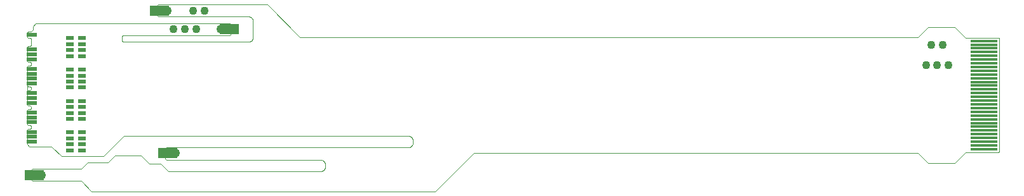
<source format=gts>
G04 EAGLE Gerber X2 export*
%TF.Part,Single*%
%TF.FileFunction,Other,solder mask top*%
%TF.FilePolarity,Positive*%
%TF.GenerationSoftware,Autodesk,EAGLE,9.6.2*%
%TF.CreationDate,2021-11-14T09:40:45Z*%
G75*
%MOMM*%
%FSLAX34Y34*%
%LPD*%
%INsolder mask top*%
%AMOC8*
5,1,8,0,0,1.08239X$1,22.5*%
G01*
%ADD10C,0.000000*%
%ADD11R,1.000000X0.600000*%
%ADD12R,1.451600X0.551600*%
%ADD13R,2.641600X1.371600*%
%ADD14R,3.600000X0.400000*%
%ADD15C,1.101600*%
%ADD16C,1.141600*%


D10*
X0Y-36000D02*
X3000Y-39000D01*
X32500Y-39000D01*
X0Y113500D02*
X1000Y114500D01*
X0Y113500D02*
X0Y107500D01*
X0Y94000D02*
X0Y75000D01*
X1000Y74000D01*
X4000Y74000D01*
X5000Y73000D01*
X5000Y70000D02*
X4000Y69000D01*
X1000Y69000D01*
X0Y68000D01*
X5000Y70000D02*
X5000Y73000D01*
X0Y68000D02*
X0Y42500D01*
X1000Y41500D01*
X4000Y41500D01*
X5000Y40500D01*
X5000Y37500D02*
X4000Y36500D01*
X1000Y36500D01*
X0Y35500D01*
X5000Y37500D02*
X5000Y40500D01*
X0Y42000D02*
X0Y35500D01*
X0Y16500D02*
X1000Y15500D01*
X4000Y15500D01*
X5000Y14500D01*
X5000Y11500D02*
X4000Y10500D01*
X1000Y10500D01*
X0Y9500D01*
X5000Y11500D02*
X5000Y14500D01*
X0Y-16500D02*
X0Y-36000D01*
X0Y-9500D02*
X0Y9500D01*
X0Y16500D02*
X0Y35500D01*
X0Y-9500D02*
X1000Y-10500D01*
X4000Y-10500D02*
X5000Y-11500D01*
X4000Y-10500D02*
X1000Y-10500D01*
X5000Y-11500D02*
X5000Y-14500D01*
X4000Y-15500D01*
X1000Y-15500D01*
X0Y-16500D01*
X1000Y106500D02*
X0Y107500D01*
X1000Y106500D02*
X4000Y106500D01*
X5000Y105500D01*
X5000Y96000D01*
X4000Y95000D01*
X1000Y95000D01*
X0Y94000D01*
X1000Y114500D02*
X5000Y114500D01*
X7500Y117000D01*
X7500Y122000D01*
X11500Y126000D01*
X270000Y126000D01*
X272000Y124000D01*
X272000Y112000D01*
X270000Y110000D01*
X129000Y110000D01*
X126000Y107000D02*
X126000Y104000D01*
X129000Y101000D02*
X295000Y101000D01*
X301000Y108000D02*
X301000Y128000D01*
X295000Y135000D02*
X175000Y135000D01*
X173000Y137000D01*
X173000Y149000D01*
X175000Y151000D01*
X320000Y151000D01*
X363500Y107500D01*
X1295500Y106500D02*
X1296000Y106000D01*
X1296000Y-45500D01*
X1295000Y-46500D01*
X1295500Y106500D02*
X1251000Y106500D01*
X1187000Y107500D02*
X363500Y107500D01*
X129000Y110000D02*
X128893Y109998D01*
X128786Y109992D01*
X128679Y109983D01*
X128573Y109969D01*
X128467Y109952D01*
X128362Y109931D01*
X128258Y109907D01*
X128155Y109878D01*
X128053Y109846D01*
X127952Y109811D01*
X127852Y109772D01*
X127754Y109729D01*
X127657Y109683D01*
X127562Y109633D01*
X127469Y109580D01*
X127378Y109524D01*
X127289Y109464D01*
X127202Y109402D01*
X127118Y109336D01*
X127035Y109267D01*
X126956Y109196D01*
X126879Y109121D01*
X126804Y109044D01*
X126733Y108965D01*
X126664Y108882D01*
X126598Y108798D01*
X126536Y108711D01*
X126476Y108622D01*
X126420Y108531D01*
X126367Y108438D01*
X126317Y108343D01*
X126271Y108246D01*
X126228Y108148D01*
X126189Y108048D01*
X126154Y107947D01*
X126122Y107845D01*
X126093Y107742D01*
X126069Y107638D01*
X126048Y107533D01*
X126031Y107427D01*
X126017Y107321D01*
X126008Y107214D01*
X126002Y107107D01*
X126000Y107000D01*
X126000Y104000D02*
X126002Y103893D01*
X126008Y103786D01*
X126017Y103679D01*
X126031Y103573D01*
X126048Y103467D01*
X126069Y103362D01*
X126093Y103258D01*
X126122Y103155D01*
X126154Y103053D01*
X126189Y102952D01*
X126228Y102852D01*
X126271Y102754D01*
X126317Y102657D01*
X126367Y102562D01*
X126420Y102469D01*
X126476Y102378D01*
X126536Y102289D01*
X126598Y102202D01*
X126664Y102118D01*
X126733Y102035D01*
X126804Y101956D01*
X126879Y101879D01*
X126956Y101804D01*
X127035Y101733D01*
X127118Y101664D01*
X127202Y101598D01*
X127289Y101536D01*
X127378Y101476D01*
X127469Y101420D01*
X127562Y101367D01*
X127657Y101317D01*
X127754Y101271D01*
X127852Y101228D01*
X127952Y101189D01*
X128053Y101154D01*
X128155Y101122D01*
X128258Y101093D01*
X128362Y101069D01*
X128467Y101048D01*
X128573Y101031D01*
X128679Y101017D01*
X128786Y101008D01*
X128893Y101002D01*
X129000Y101000D01*
X295000Y101000D02*
X295159Y101014D01*
X295318Y101033D01*
X295477Y101055D01*
X295635Y101081D01*
X295792Y101110D01*
X295948Y101144D01*
X296104Y101181D01*
X296258Y101223D01*
X296412Y101268D01*
X296564Y101316D01*
X296715Y101369D01*
X296865Y101425D01*
X297014Y101485D01*
X297160Y101549D01*
X297306Y101616D01*
X297449Y101686D01*
X297591Y101760D01*
X297731Y101838D01*
X297869Y101919D01*
X298005Y102003D01*
X298139Y102091D01*
X298270Y102182D01*
X298400Y102276D01*
X298527Y102373D01*
X298651Y102474D01*
X298774Y102577D01*
X298893Y102684D01*
X299010Y102793D01*
X299124Y102905D01*
X299235Y103020D01*
X299344Y103137D01*
X299450Y103257D01*
X299552Y103380D01*
X299652Y103505D01*
X299748Y103633D01*
X299842Y103763D01*
X299932Y103895D01*
X300019Y104030D01*
X300102Y104166D01*
X300182Y104305D01*
X300259Y104445D01*
X300332Y104587D01*
X300402Y104731D01*
X300468Y104877D01*
X300531Y105024D01*
X300590Y105173D01*
X300645Y105323D01*
X300696Y105475D01*
X300744Y105627D01*
X300788Y105781D01*
X300829Y105936D01*
X300865Y106092D01*
X300898Y106248D01*
X300926Y106406D01*
X300951Y106564D01*
X300972Y106722D01*
X300990Y106881D01*
X301003Y107041D01*
X301012Y107201D01*
X301018Y107360D01*
X301019Y107520D01*
X301017Y107680D01*
X301010Y107840D01*
X301000Y108000D01*
X301000Y128000D02*
X301021Y128153D01*
X301039Y128306D01*
X301053Y128459D01*
X301063Y128613D01*
X301069Y128767D01*
X301071Y128921D01*
X301069Y129074D01*
X301064Y129228D01*
X301054Y129382D01*
X301041Y129535D01*
X301023Y129688D01*
X301002Y129841D01*
X300977Y129993D01*
X300948Y130144D01*
X300915Y130294D01*
X300879Y130444D01*
X300839Y130592D01*
X300795Y130740D01*
X300747Y130886D01*
X300695Y131031D01*
X300640Y131175D01*
X300581Y131317D01*
X300519Y131458D01*
X300453Y131597D01*
X300384Y131735D01*
X300311Y131870D01*
X300235Y132004D01*
X300155Y132136D01*
X300072Y132265D01*
X299986Y132393D01*
X299896Y132518D01*
X299804Y132641D01*
X299708Y132762D01*
X299609Y132880D01*
X299508Y132996D01*
X299403Y133109D01*
X299296Y133219D01*
X299186Y133326D01*
X299073Y133431D01*
X298957Y133533D01*
X298839Y133632D01*
X298719Y133728D01*
X298596Y133820D01*
X298471Y133910D01*
X298343Y133996D01*
X298214Y134080D01*
X298082Y134159D01*
X297949Y134236D01*
X297813Y134309D01*
X297676Y134378D01*
X297537Y134445D01*
X297396Y134507D01*
X297254Y134566D01*
X297110Y134621D01*
X296965Y134673D01*
X296819Y134721D01*
X296672Y134765D01*
X296523Y134806D01*
X296374Y134843D01*
X296223Y134876D01*
X296072Y134905D01*
X295920Y134930D01*
X295768Y134951D01*
X295615Y134969D01*
X295461Y134982D01*
X295308Y134992D01*
X295154Y134998D01*
X295000Y135000D01*
X102000Y-52000D02*
X45500Y-52000D01*
X32500Y-39000D01*
X102000Y-52000D02*
X129000Y-25000D01*
X514000Y-31000D02*
X514000Y-34000D01*
X508000Y-40000D02*
X186000Y-40000D01*
X184000Y-42000D01*
X184000Y-55000D01*
X186000Y-57000D01*
X508000Y-24999D02*
X508148Y-24990D01*
X508296Y-24985D01*
X508445Y-24983D01*
X508593Y-24985D01*
X508741Y-24992D01*
X508889Y-25002D01*
X509036Y-25016D01*
X509184Y-25034D01*
X509330Y-25056D01*
X509476Y-25082D01*
X509621Y-25112D01*
X509766Y-25145D01*
X509909Y-25183D01*
X510052Y-25224D01*
X510193Y-25269D01*
X510333Y-25317D01*
X510472Y-25370D01*
X510609Y-25426D01*
X510745Y-25485D01*
X510879Y-25549D01*
X511011Y-25615D01*
X511142Y-25686D01*
X511270Y-25759D01*
X511397Y-25836D01*
X511521Y-25917D01*
X511644Y-26000D01*
X511764Y-26087D01*
X511882Y-26177D01*
X511997Y-26270D01*
X512110Y-26367D01*
X512220Y-26466D01*
X512328Y-26568D01*
X512432Y-26672D01*
X512534Y-26780D01*
X512633Y-26890D01*
X512730Y-27003D01*
X512823Y-27118D01*
X512913Y-27236D01*
X513000Y-27356D01*
X513083Y-27479D01*
X513164Y-27603D01*
X513241Y-27730D01*
X513314Y-27858D01*
X513385Y-27989D01*
X513451Y-28121D01*
X513515Y-28255D01*
X513574Y-28391D01*
X513630Y-28528D01*
X513683Y-28667D01*
X513731Y-28807D01*
X513776Y-28948D01*
X513817Y-29091D01*
X513855Y-29234D01*
X513888Y-29379D01*
X513918Y-29524D01*
X513944Y-29670D01*
X513966Y-29816D01*
X513984Y-29964D01*
X513998Y-30111D01*
X514008Y-30259D01*
X514015Y-30407D01*
X514017Y-30555D01*
X514015Y-30704D01*
X514010Y-30852D01*
X514001Y-31000D01*
X514001Y-34000D02*
X514010Y-34148D01*
X514015Y-34296D01*
X514017Y-34445D01*
X514015Y-34593D01*
X514008Y-34741D01*
X513998Y-34889D01*
X513984Y-35036D01*
X513966Y-35184D01*
X513944Y-35330D01*
X513918Y-35476D01*
X513888Y-35621D01*
X513855Y-35766D01*
X513817Y-35909D01*
X513776Y-36052D01*
X513731Y-36193D01*
X513683Y-36333D01*
X513630Y-36472D01*
X513574Y-36609D01*
X513515Y-36745D01*
X513451Y-36879D01*
X513385Y-37011D01*
X513314Y-37142D01*
X513241Y-37270D01*
X513164Y-37397D01*
X513083Y-37521D01*
X513000Y-37644D01*
X512913Y-37764D01*
X512823Y-37882D01*
X512730Y-37997D01*
X512633Y-38110D01*
X512534Y-38220D01*
X512432Y-38328D01*
X512328Y-38432D01*
X512220Y-38534D01*
X512110Y-38633D01*
X511997Y-38730D01*
X511882Y-38823D01*
X511764Y-38913D01*
X511644Y-39000D01*
X511521Y-39083D01*
X511397Y-39164D01*
X511270Y-39241D01*
X511142Y-39314D01*
X511011Y-39385D01*
X510879Y-39451D01*
X510745Y-39515D01*
X510609Y-39574D01*
X510472Y-39630D01*
X510333Y-39683D01*
X510193Y-39731D01*
X510052Y-39776D01*
X509909Y-39817D01*
X509766Y-39855D01*
X509621Y-39888D01*
X509476Y-39918D01*
X509330Y-39944D01*
X509184Y-39966D01*
X509036Y-39984D01*
X508889Y-39998D01*
X508741Y-40008D01*
X508593Y-40015D01*
X508445Y-40017D01*
X508296Y-40015D01*
X508148Y-40010D01*
X508000Y-40001D01*
X508000Y-25000D02*
X129000Y-25000D01*
X7000Y-85000D02*
X5000Y-83000D01*
X5000Y-71000D01*
X7000Y-69000D01*
X72000Y-69000D01*
X81000Y-60000D01*
X108000Y-60000D01*
X117000Y-51000D01*
X152000Y-51000D01*
X163000Y-62000D01*
X178000Y-62000D01*
X391000Y-56999D02*
X391148Y-56990D01*
X391296Y-56985D01*
X391445Y-56983D01*
X391593Y-56985D01*
X391741Y-56992D01*
X391889Y-57002D01*
X392036Y-57016D01*
X392184Y-57034D01*
X392330Y-57056D01*
X392476Y-57082D01*
X392621Y-57112D01*
X392766Y-57145D01*
X392909Y-57183D01*
X393052Y-57224D01*
X393193Y-57269D01*
X393333Y-57317D01*
X393472Y-57370D01*
X393609Y-57426D01*
X393745Y-57485D01*
X393879Y-57549D01*
X394011Y-57615D01*
X394142Y-57686D01*
X394270Y-57759D01*
X394397Y-57836D01*
X394521Y-57917D01*
X394644Y-58000D01*
X394764Y-58087D01*
X394882Y-58177D01*
X394997Y-58270D01*
X395110Y-58367D01*
X395220Y-58466D01*
X395328Y-58568D01*
X395432Y-58672D01*
X395534Y-58780D01*
X395633Y-58890D01*
X395730Y-59003D01*
X395823Y-59118D01*
X395913Y-59236D01*
X396000Y-59356D01*
X396083Y-59479D01*
X396164Y-59603D01*
X396241Y-59730D01*
X396314Y-59858D01*
X396385Y-59989D01*
X396451Y-60121D01*
X396515Y-60255D01*
X396574Y-60391D01*
X396630Y-60528D01*
X396683Y-60667D01*
X396731Y-60807D01*
X396776Y-60948D01*
X396817Y-61091D01*
X396855Y-61234D01*
X396888Y-61379D01*
X396918Y-61524D01*
X396944Y-61670D01*
X396966Y-61816D01*
X396984Y-61964D01*
X396998Y-62111D01*
X397008Y-62259D01*
X397015Y-62407D01*
X397017Y-62555D01*
X397015Y-62704D01*
X397010Y-62852D01*
X397001Y-63000D01*
X397000Y-63000D02*
X397000Y-66000D01*
X397001Y-66000D02*
X397010Y-66148D01*
X397015Y-66296D01*
X397017Y-66445D01*
X397015Y-66593D01*
X397008Y-66741D01*
X396998Y-66889D01*
X396984Y-67036D01*
X396966Y-67184D01*
X396944Y-67330D01*
X396918Y-67476D01*
X396888Y-67621D01*
X396855Y-67766D01*
X396817Y-67909D01*
X396776Y-68052D01*
X396731Y-68193D01*
X396683Y-68333D01*
X396630Y-68472D01*
X396574Y-68609D01*
X396515Y-68745D01*
X396451Y-68879D01*
X396385Y-69011D01*
X396314Y-69142D01*
X396241Y-69270D01*
X396164Y-69397D01*
X396083Y-69521D01*
X396000Y-69644D01*
X395913Y-69764D01*
X395823Y-69882D01*
X395730Y-69997D01*
X395633Y-70110D01*
X395534Y-70220D01*
X395432Y-70328D01*
X395328Y-70432D01*
X395220Y-70534D01*
X395110Y-70633D01*
X394997Y-70730D01*
X394882Y-70823D01*
X394764Y-70913D01*
X394644Y-71000D01*
X394521Y-71083D01*
X394397Y-71164D01*
X394270Y-71241D01*
X394142Y-71314D01*
X394011Y-71385D01*
X393879Y-71451D01*
X393745Y-71515D01*
X393609Y-71574D01*
X393472Y-71630D01*
X393333Y-71683D01*
X393193Y-71731D01*
X393052Y-71776D01*
X392909Y-71817D01*
X392766Y-71855D01*
X392621Y-71888D01*
X392476Y-71918D01*
X392330Y-71944D01*
X392184Y-71966D01*
X392036Y-71984D01*
X391889Y-71998D01*
X391741Y-72008D01*
X391593Y-72015D01*
X391445Y-72017D01*
X391296Y-72015D01*
X391148Y-72010D01*
X391000Y-72001D01*
X391000Y-72000D02*
X188000Y-72000D01*
X178000Y-62000D01*
X186000Y-57000D02*
X391000Y-57000D01*
X72000Y-85000D02*
X7000Y-85000D01*
X72000Y-85000D02*
X86000Y-99000D01*
X543500Y-99000D01*
X595000Y-47500D01*
X1187000Y-47500D02*
X1200500Y-61000D01*
X1236500Y-61000D01*
X1251000Y-46500D01*
X1295000Y-46500D01*
X1187000Y-47500D02*
X595000Y-47500D01*
X1187000Y107500D02*
X1200500Y121000D01*
X1236500Y121000D01*
X1251000Y106500D01*
D11*
X57000Y106000D03*
X57000Y98000D03*
X57000Y90000D03*
X57000Y82000D03*
X73000Y82000D03*
X73000Y90000D03*
X73000Y98000D03*
X73000Y106000D03*
X57000Y64000D03*
X57000Y56000D03*
X57000Y48000D03*
X57000Y40000D03*
X73000Y40000D03*
X73000Y48000D03*
X73000Y56000D03*
X73000Y64000D03*
X57000Y22000D03*
X57000Y14000D03*
X57000Y6000D03*
X57000Y-2000D03*
X73000Y-2000D03*
X73000Y6000D03*
X73000Y14000D03*
X73000Y22000D03*
D12*
X6500Y0D03*
X6500Y6500D03*
X6500Y19500D03*
X6500Y26000D03*
X6500Y32500D03*
X6500Y45500D03*
X6500Y52000D03*
X6500Y58500D03*
X6500Y65000D03*
X6500Y78000D03*
X6500Y84500D03*
X6500Y91000D03*
X6500Y-6500D03*
X6500Y-19500D03*
X6500Y-26000D03*
X6500Y-32500D03*
D11*
X73000Y-44000D03*
X73000Y-36000D03*
X73000Y-28000D03*
X73000Y-20000D03*
X57000Y-20000D03*
X57000Y-28000D03*
X57000Y-36000D03*
X57000Y-44000D03*
D12*
X6500Y110500D03*
D13*
X269500Y118000D03*
X176000Y143000D03*
D14*
X1275500Y102500D03*
X1275500Y42500D03*
X1275500Y92500D03*
X1275500Y82500D03*
X1275500Y72500D03*
X1275500Y62500D03*
X1275500Y52500D03*
X1275500Y32500D03*
X1275500Y22500D03*
X1275500Y12500D03*
X1275500Y2500D03*
X1275500Y-7500D03*
X1275500Y-17500D03*
X1275500Y-27500D03*
X1275500Y-37500D03*
X1275500Y97500D03*
X1275500Y37500D03*
X1275500Y87500D03*
X1275500Y77500D03*
X1275500Y67500D03*
X1275500Y57500D03*
X1275500Y47500D03*
X1275500Y27500D03*
X1275500Y17500D03*
X1275500Y7500D03*
X1275500Y-2500D03*
X1275500Y-12500D03*
X1275500Y-22500D03*
X1275500Y-32500D03*
X1275500Y-42500D03*
D13*
X187500Y-48000D03*
X9500Y-77000D03*
D15*
X20000Y-77000D03*
X258000Y118000D03*
X225000Y118000D03*
X210000Y118000D03*
X195000Y118000D03*
X1228000Y70000D03*
X1213000Y70000D03*
X1198000Y70000D03*
X198000Y-48000D03*
X187000Y143000D03*
X221000Y143000D03*
X236000Y143000D03*
X1220000Y97000D03*
X1205000Y97000D03*
D16*
X272000Y118000D03*
X173000Y143000D03*
X184000Y-48000D03*
X5000Y-77000D03*
M02*

</source>
